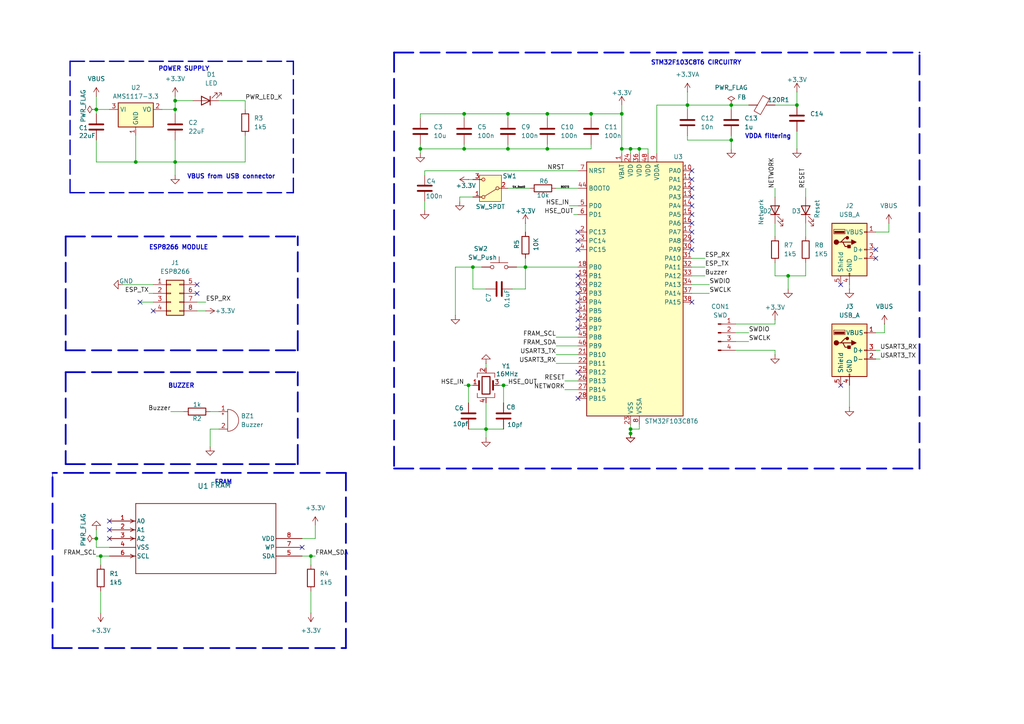
<source format=kicad_sch>
(kicad_sch (version 20231120) (generator "eeschema") (generator_version "8.0")
  (paper "A4")
  (title_block (title "Runtime Doggle") (date "2025-08-12") (rev "0.1"))
  (lib_symbols
    (symbol "Connector:Conn_01x04_Pin" (pin_names (offset 1.016) hide)
      (property "Reference" "J" (at 0 5.08 0))
      (property "Value" "Conn_01x04_Pin" (at 0 -7.62 0))
      (symbol "Conn_01x04_Pin_1_1"
        (polyline (pts (xy 1.27 -5.08) (xy 0.8636 -5.08)) (stroke (width 0.1524)))
        (polyline (pts (xy 1.27 -2.54) (xy 0.8636 -2.54)) (stroke (width 0.1524)))
        (polyline (pts (xy 1.27 0) (xy 0.8636 0)) (stroke (width 0.1524)))
        (polyline (pts (xy 1.27 2.54) (xy 0.8636 2.54)) (stroke (width 0.1524)))
        (rectangle (start 0.8636 -4.953) (end 0 -5.207) (stroke (width 0.1524)) (fill (type outline)))
        (rectangle (start 0.8636 -2.413) (end 0 -2.667) (stroke (width 0.1524)) (fill (type outline)))
        (rectangle (start 0.8636 0.127) (end 0 -0.127) (stroke (width 0.1524)) (fill (type outline)))
        (rectangle (start 0.8636 2.667) (end 0 2.413) (stroke (width 0.1524)) (fill (type outline)))
        (pin passive line (at 5.08 2.54 180) (length 3.81) (name "Pin_1") (number "1"))
        (pin passive line (at 5.08 0 180) (length 3.81) (name "Pin_2") (number "2"))
        (pin passive line (at 5.08 -2.54 180) (length 3.81) (name "Pin_3") (number "3"))
        (pin passive line (at 5.08 -5.08 180) (length 3.81) (name "Pin_4") (number "4"))
      )
    )
    (symbol "Connector:USB_A" (pin_names (offset 1.016))
      (property "Reference" "J" (at -5.08 11.43 0))
      (property "Value" "USB_A" (at -5.08 8.89 0))
      (symbol "USB_A_0_1"
        (rectangle (start -5.08 -7.62) (end 5.08 7.62) (stroke (width 0.254)) (fill (type background)))
        (circle (center -3.81 2.159) (radius 0.635) (stroke (width 0.254)) (fill (type outline)))
        (rectangle (start -1.524 4.826) (end -4.318 5.334) (fill (type outline)))
        (rectangle (start -1.27 4.572) (end -4.572 5.842))
        (circle (center -0.635 3.429) (radius 0.381) (stroke (width 0.254)) (fill (type outline)))
        (rectangle (start -0.127 -7.62) (end 0.127 -6.858))
        (polyline (pts (xy -3.175 2.159) (xy -2.54 2.159) (xy -1.27 3.429) (xy -0.635 3.429)) (stroke (width 0.254)))
        (polyline (pts (xy -2.54 2.159) (xy -1.905 2.159) (xy -1.27 0.889) (xy 0 0.889)) (stroke (width 0.254)))
        (polyline (pts (xy 0.635 2.794) (xy 0.635 1.524) (xy 1.905 2.159) (xy 0.635 2.794)) (stroke (width 0.254)) (fill (type outline)))
        (rectangle (start 0.254 1.27) (end -0.508 0.508) (stroke (width 0.254)) (fill (type outline)))
        (rectangle (start 5.08 -2.667) (end 4.318 -2.413))
        (rectangle (start 5.08 -0.127) (end 4.318 0.127))
        (rectangle (start 5.08 4.953) (end 4.318 5.207))
      )
      (symbol "USB_A_1_1"
        (polyline (pts (xy -1.905 2.159) (xy 0.635 2.159)) (stroke (width 0.254)))
        (pin power_in line (at 7.62 5.08 180) (length 2.54) (name "VBUS") (number "1"))
        (pin bidirectional line (at 7.62 -2.54 180) (length 2.54) (name "D-") (number "2"))
        (pin bidirectional line (at 7.62 0 180) (length 2.54) (name "D+") (number "3"))
        (pin power_in line (at 0 -10.16 90) (length 2.54) (name "GND") (number "4"))
        (pin passive line (at -2.54 -10.16 90) (length 2.54) (name "Shield") (number "5"))
      )
    )
    (symbol "Connector_Generic:Conn_02x04_Top_Bottom" (pin_names (offset 1.016) hide)
      (property "Reference" "J" (at 1.27 5.08 0))
      (property "Value" "Conn_02x04_Top_Bottom" (at 1.27 -7.62 0))
      (symbol "Conn_02x04_Top_Bottom_1_1"
        (rectangle (start -1.27 -4.953) (end 0 -5.207) (stroke (width 0.1524)))
        (rectangle (start -1.27 -2.413) (end 0 -2.667) (stroke (width 0.1524)))
        (rectangle (start -1.27 0.127) (end 0 -0.127) (stroke (width 0.1524)))
        (rectangle (start -1.27 2.667) (end 0 2.413) (stroke (width 0.1524)))
        (rectangle (start -1.27 3.81) (end 3.81 -6.35) (stroke (width 0.254)) (fill (type background)))
        (rectangle (start 3.81 -4.953) (end 2.54 -5.207) (stroke (width 0.1524)))
        (rectangle (start 3.81 -2.413) (end 2.54 -2.667) (stroke (width 0.1524)))
        (rectangle (start 3.81 0.127) (end 2.54 -0.127) (stroke (width 0.1524)))
        (rectangle (start 3.81 2.667) (end 2.54 2.413) (stroke (width 0.1524)))
        (pin passive line (at -5.08 2.54 0) (length 3.81) (name "Pin_1") (number "1"))
        (pin passive line (at -5.08 0 0) (length 3.81) (name "Pin_2") (number "2"))
        (pin passive line (at -5.08 -2.54 0) (length 3.81) (name "Pin_3") (number "3"))
        (pin passive line (at -5.08 -5.08 0) (length 3.81) (name "Pin_4") (number "4"))
        (pin passive line (at 7.62 2.54 180) (length 3.81) (name "Pin_5") (number "5"))
        (pin passive line (at 7.62 0 180) (length 3.81) (name "Pin_6") (number "6"))
        (pin passive line (at 7.62 -2.54 180) (length 3.81) (name "Pin_7") (number "7"))
        (pin passive line (at 7.62 -5.08 180) (length 3.81) (name "Pin_8") (number "8"))
      )
    )
    (symbol "Device:Buzzer" (pin_names (offset 0.0254) hide)
      (property "Reference" "BZ" (at 3.81 1.27 0))
      (property "Value" "Buzzer" (at 3.81 -1.27 0))
      (symbol "Buzzer_0_1"
        (arc (start 0 -3.175) (mid 3.1612 0) (end 0 3.175))
        (polyline (pts (xy -1.651 1.905) (xy -1.143 1.905)))
        (polyline (pts (xy -1.397 2.159) (xy -1.397 1.651)))
        (polyline (pts (xy 0 3.175) (xy 0 -3.175)))
      )
      (symbol "Buzzer_1_1"
        (pin passive line (at -2.54 2.54 0) (length 2.54) (name "+") (number "1"))
        (pin passive line (at -2.54 -2.54 0) (length 2.54) (name "-") (number "2"))
      )
    )
    (symbol "Device:C" (pin_numbers hide) (pin_names (offset 0.254))
      (property "Reference" "C" (at 0.635 2.54 0))
      (property "Value" "C" (at 0.635 -2.54 0))
      (symbol "C_0_1"
        (polyline (pts (xy -2.032 -0.762) (xy 2.032 -0.762)) (stroke (width 0.508)))
        (polyline (pts (xy -2.032 0.762) (xy 2.032 0.762)) (stroke (width 0.508)))
      )
      (symbol "C_1_1"
        (pin passive line (at 0 3.81 270) (length 2.794) (name "~") (number "1"))
        (pin passive line (at 0 -3.81 90) (length 2.794) (name "~") (number "2"))
      )
    )
    (symbol "Device:Crystal_GND24" (pin_names (offset 1.016) hide)
      (property "Reference" "Y" (at 3.175 5.08 0))
      (property "Value" "Crystal_GND24" (at 3.175 3.175 0))
      (symbol "Crystal_GND24_0_1"
        (rectangle (start -1.143 2.54) (end 1.143 -2.54) (stroke (width 0.3048)))
        (polyline (pts (xy -2.54 0) (xy -2.032 0)))
        (polyline (pts (xy -2.032 -1.27) (xy -2.032 1.27)) (stroke (width 0.508)))
        (polyline (pts (xy 0 -3.81) (xy 0 -3.556)))
        (polyline (pts (xy 0 3.556) (xy 0 3.81)))
        (polyline (pts (xy 2.032 -1.27) (xy 2.032 1.27)) (stroke (width 0.508)))
        (polyline (pts (xy 2.032 0) (xy 2.54 0)))
        (polyline (pts (xy -2.54 -2.286) (xy -2.54 -3.556) (xy 2.54 -3.556) (xy 2.54 -2.286)))
        (polyline (pts (xy -2.54 2.286) (xy -2.54 3.556) (xy 2.54 3.556) (xy 2.54 2.286)))
      )
      (symbol "Crystal_GND24_1_1"
        (pin passive line (at -3.81 0 0) (length 1.27) (name "1") (number "1"))
        (pin passive line (at 0 5.08 270) (length 1.27) (name "2") (number "2"))
        (pin passive line (at 3.81 0 180) (length 1.27) (name "3") (number "3"))
        (pin passive line (at 0 -5.08 90) (length 1.27) (name "4") (number "4"))
      )
    )
    (symbol "Device:FerriteBead" (pin_numbers hide) (pin_names (offset 0))
      (property "Reference" "FB" (at -3.81 0.635 90))
      (property "Value" "FerriteBead" (at 3.81 0 90))
      (symbol "FerriteBead_0_1"
        (polyline (pts (xy 0 -1.27) (xy 0 -1.2192)))
        (polyline (pts (xy 0 1.27) (xy 0 1.2954)))
        (polyline (pts (xy -2.7686 0.4064) (xy -1.7018 2.2606) (xy 2.7686 -0.3048) (xy 1.6764 -2.159) (xy -2.7686 0.4064)))
      )
      (symbol "FerriteBead_1_1"
        (pin passive line (at 0 3.81 270) (length 2.54) (name "~") (number "1"))
        (pin passive line (at 0 -3.81 90) (length 2.54) (name "~") (number "2"))
      )
    )
    (symbol "Device:LED" (pin_numbers hide) (pin_names (offset 1.016) hide)
      (property "Reference" "D" (at 0 2.54 0))
      (property "Value" "LED" (at 0 -2.54 0))
      (symbol "LED_0_1"
        (polyline (pts (xy -1.27 -1.27) (xy -1.27 1.27)) (stroke (width 0.254)))
        (polyline (pts (xy -1.27 0) (xy 1.27 0)))
        (polyline (pts (xy 1.27 -1.27) (xy 1.27 1.27) (xy -1.27 0) (xy 1.27 -1.27)) (stroke (width 0.254)))
        (polyline (pts (xy -3.048 -0.762) (xy -4.572 -2.286) (xy -3.81 -2.286) (xy -4.572 -2.286) (xy -4.572 -1.524)))
        (polyline (pts (xy -1.778 -0.762) (xy -3.302 -2.286) (xy -2.54 -2.286) (xy -3.302 -2.286) (xy -3.302 -1.524)))
      )
      (symbol "LED_1_1"
        (pin passive line (at -3.81 0 0) (length 2.54) (name "K") (number "1"))
        (pin passive line (at 3.81 0 180) (length 2.54) (name "A") (number "2"))
      )
    )
    (symbol "Device:R" (pin_numbers hide) (pin_names (offset 0))
      (property "Reference" "R" (at 2.032 0 90))
      (property "Value" "R" (at 0 0 90))
      (symbol "R_0_1"
        (rectangle (start -1.016 -2.54) (end 1.016 2.54) (stroke (width 0.254)))
      )
      (symbol "R_1_1"
        (pin passive line (at 0 3.81 270) (length 1.27) (name "~") (number "1"))
        (pin passive line (at 0 -3.81 90) (length 1.27) (name "~") (number "2"))
      )
    )
    (symbol "MB85RC256V:MB85RC256VPF-G-JNERE2" (pin_names (offset 0.254))
      (property "Reference" "U1" (at 27.1589 10.16 0))
      (property "Value" "FRAM" (at 32.258 10.414 0))
      (symbol "MB85RC256VPF-G-JNERE2_0_1"
        (polyline (pts (xy 7.0993 -10.16) (xy 6.0579 -10.6807)) (stroke (width 0.2032)))
        (polyline (pts (xy 7.0993 -10.16) (xy 6.0579 -9.6393)) (stroke (width 0.2032)))
        (polyline (pts (xy 7.0993 -5.08) (xy 6.0579 -5.6007)) (stroke (width 0.2032)))
        (polyline (pts (xy 7.0993 -5.08) (xy 6.0579 -4.5593)) (stroke (width 0.2032)))
        (polyline (pts (xy 7.0993 -2.54) (xy 6.0579 -3.0607)) (stroke (width 0.2032)))
        (polyline (pts (xy 7.0993 -2.54) (xy 6.0579 -2.0193)) (stroke (width 0.2032)))
        (polyline (pts (xy 7.0993 0) (xy 6.0579 -0.5207)) (stroke (width 0.2032)))
        (polyline (pts (xy 7.0993 0) (xy 6.0579 0.5207)) (stroke (width 0.2032)))
        (polyline (pts (xy 7.62 -15.24) (xy 48.26 -15.24)) (stroke (width 0.2032)))
        (polyline (pts (xy 7.62 5.08) (xy 7.62 -15.24)) (stroke (width 0.2032)))
        (polyline (pts (xy 48.26 -15.24) (xy 48.26 5.08)) (stroke (width 0.2032)))
        (polyline (pts (xy 48.26 5.08) (xy 7.62 5.08)) (stroke (width 0.2032)))
        (pin input line (at 0 -2.54 0) (length 7.62) (name "A1") (number "2"))
        (pin input line (at 0 -5.08 0) (length 7.62) (name "A2") (number "3"))
        (pin input line (at 0 -10.16 0) (length 7.62) (name "SCL") (number "6"))
      )
      (symbol "MB85RC256VPF-G-JNERE2_1_1"
        (pin input line (at 0 0 0) (length 7.62) (name "A0") (number "1"))
        (pin power_in line (at 0 -7.62 0) (length 7.62) (name "VSS") (number "4"))
        (pin bidirectional line (at 55.88 -10.16 180) (length 7.62) (name "SDA") (number "5"))
        (pin input line (at 55.88 -7.62 180) (length 7.62) (name "WP") (number "7"))
        (pin power_in line (at 55.88 -5.08 180) (length 7.62) (name "VDD") (number "8"))
      )
    )
    (symbol "MCU_ST_STM32F1:STM32F103C8Tx"
      (property "Reference" "U" (at -12.7 39.37 0))
      (property "Value" "STM32F103C8Tx" (at 10.16 39.37 0))
      (symbol "STM32F103C8Tx_0_1"
        (rectangle (start -12.7 -35.56) (end 15.24 38.1) (stroke (width 0.254)) (fill (type background)))
      )
      (symbol "STM32F103C8Tx_1_1"
        (pin power_in line (at -2.54 40.64 270) (length 2.54) (name "VBAT") (number "1"))
        (pin bidirectional line (at 17.78 35.56 180) (length 2.54) (name "PA0") (number "10"))
        (pin bidirectional line (at 17.78 33.02 180) (length 2.54) (name "PA1") (number "11"))
        (pin bidirectional line (at 17.78 30.48 180) (length 2.54) (name "PA2") (number "12"))
        (pin bidirectional line (at 17.78 27.94 180) (length 2.54) (name "PA3") (number "13"))
        (pin bidirectional line (at 17.78 25.4 180) (length 2.54) (name "PA4") (number "14"))
        (pin bidirectional line (at 17.78 22.86 180) (length 2.54) (name "PA5") (number "15"))
        (pin bidirectional line (at 17.78 20.32 180) (length 2.54) (name "PA6") (number "16"))
        (pin bidirectional line (at 17.78 17.78 180) (length 2.54) (name "PA7") (number "17"))
        (pin bidirectional line (at -15.24 7.62 0) (length 2.54) (name "PB0") (number "18"))
        (pin bidirectional line (at -15.24 5.08 0) (length 2.54) (name "PB1") (number "19"))
        (pin bidirectional line (at -15.24 17.78 0) (length 2.54) (name "PC13") (number "2"))
        (pin bidirectional line (at -15.24 2.54 0) (length 2.54) (name "PB2") (number "20"))
        (pin bidirectional line (at -15.24 -17.78 0) (length 2.54) (name "PB10") (number "21"))
        (pin bidirectional line (at -15.24 -20.32 0) (length 2.54) (name "PB11") (number "22"))
        (pin power_in line (at 0 -38.1 90) (length 2.54) (name "VSS") (number "23"))
        (pin power_in line (at 0 40.64 270) (length 2.54) (name "VDD") (number "24"))
        (pin bidirectional line (at -15.24 -22.86 0) (length 2.54) (name "PB12") (number "25"))
        (pin bidirectional line (at -15.24 -25.4 0) (length 2.54) (name "PB13") (number "26"))
        (pin bidirectional line (at -15.24 -27.94 0) (length 2.54) (name "PB14") (number "27"))
        (pin bidirectional line (at -15.24 -30.48 0) (length 2.54) (name "PB15") (number "28"))
        (pin bidirectional line (at 17.78 15.24 180) (length 2.54) (name "PA8") (number "29"))
        (pin bidirectional line (at -15.24 15.24 0) (length 2.54) (name "PC14") (number "3"))
        (pin bidirectional line (at 17.78 12.7 180) (length 2.54) (name "PA9") (number "30"))
        (pin bidirectional line (at 17.78 10.16 180) (length 2.54) (name "PA10") (number "31"))
        (pin bidirectional line (at 17.78 7.62 180) (length 2.54) (name "PA11") (number "32"))
        (pin bidirectional line (at 17.78 5.08 180) (length 2.54) (name "PA12") (number "33"))
        (pin bidirectional line (at 17.78 2.54 180) (length 2.54) (name "PA13") (number "34"))
        (pin passive line (at 0 -38.1 90) (length 2.54) hide (name "VSS") (number "35"))
        (pin power_in line (at 2.54 40.64 270) (length 2.54) (name "VDD") (number "36"))
        (pin bidirectional line (at 17.78 0 180) (length 2.54) (name "PA14") (number "37"))
        (pin bidirectional line (at 17.78 -2.54 180) (length 2.54) (name "PA15") (number "38"))
        (pin bidirectional line (at -15.24 0 0) (length 2.54) (name "PB3") (number "39"))
        (pin bidirectional line (at -15.24 12.7 0) (length 2.54) (name "PC15") (number "4"))
        (pin bidirectional line (at -15.24 -2.54 0) (length 2.54) (name "PB4") (number "40"))
        (pin bidirectional line (at -15.24 -5.08 0) (length 2.54) (name "PB5") (number "41"))
        (pin bidirectional line (at -15.24 -7.62 0) (length 2.54) (name "PB6") (number "42"))
        (pin bidirectional line (at -15.24 -10.16 0) (length 2.54) (name "PB7") (number "43"))
        (pin input line (at -15.24 30.48 0) (length 2.54) (name "BOOT0") (number "44"))
        (pin bidirectional line (at -15.24 -12.7 0) (length 2.54) (name "PB8") (number "45"))
        (pin bidirectional line (at -15.24 -15.24 0) (length 2.54) (name "PB9") (number "46"))
        (pin passive line (at 0 -38.1 90) (length 2.54) hide (name "VSS") (number "47"))
        (pin power_in line (at 5.08 40.64 270) (length 2.54) (name "VDD") (number "48"))
        (pin bidirectional line (at -15.24 25.4 0) (length 2.54) (name "PD0") (number "5"))
        (pin bidirectional line (at -15.24 22.86 0) (length 2.54) (name "PD1") (number "6"))
        (pin input line (at -15.24 35.56 0) (length 2.54) (name "NRST") (number "7"))
        (pin power_in line (at 2.54 -38.1 90) (length 2.54) (name "VSSA") (number "8"))
        (pin power_in line (at 7.62 40.64 270) (length 2.54) (name "VDDA") (number "9"))
      )
    )
    (symbol "Regulator_Linear:AMS1117-3.3"
      (property "Reference" "U" (at -3.81 3.175 0))
      (property "Value" "AMS1117-3.3" (at 0 3.175 0))
      (symbol "AMS1117-3.3_0_1"
        (rectangle (start -5.08 -5.08) (end 5.08 1.905) (stroke (width 0.254)) (fill (type background)))
      )
      (symbol "AMS1117-3.3_1_1"
        (pin power_in line (at 0 -7.62 90) (length 2.54) (name "GND") (number "1"))
        (pin power_out line (at 7.62 0 180) (length 2.54) (name "VO") (number "2"))
        (pin power_in line (at -7.62 0 0) (length 2.54) (name "VI") (number "3"))
      )
    )
    (symbol "Switch:SW_Push" (pin_numbers hide) (pin_names (offset 1.016) hide)
      (property "Reference" "SW" (at 1.27 2.54 0))
      (property "Value" "SW_Push" (at 0 -1.524 0))
      (symbol "SW_Push_0_1"
        (circle (center -2.032 0) (radius 0.508))
        (polyline (pts (xy 0 1.27) (xy 0 3.048)))
        (polyline (pts (xy 2.54 1.27) (xy -2.54 1.27)))
        (circle (center 2.032 0) (radius 0.508))
        (pin passive line (at -5.08 0 0) (length 2.54) (name "1") (number "1"))
        (pin passive line (at 5.08 0 180) (length 2.54) (name "2") (number "2"))
      )
    )
    (symbol "Switch:SW_SPDT" (pin_names (offset 0) hide)
      (property "Reference" "SW" (at 0 5.08 0))
      (property "Value" "SW_SPDT" (at 0 -5.08 0))
      (symbol "SW_SPDT_0_1"
        (circle (center -2.032 0) (radius 0.4572))
        (polyline (pts (xy -1.651 0.254) (xy 1.651 2.286)))
        (circle (center 2.032 -2.54) (radius 0.4572))
        (circle (center 2.032 2.54) (radius 0.4572))
      )
      (symbol "SW_SPDT_1_1"
        (rectangle (start -3.175 3.81) (end 3.175 -3.81) (fill (type background)))
        (pin passive line (at 5.08 2.54 180) (length 2.54) (name "A") (number "1"))
        (pin passive line (at -5.08 0 0) (length 2.54) (name "B") (number "2"))
        (pin passive line (at 5.08 -2.54 180) (length 2.54) (name "C") (number "3"))
      )
    )
    (symbol "power:+3.3V" (power) (pin_numbers hide) (pin_names (offset 0) hide)
      (property "Value" "+3.3V" (at 0 3.556 0))
      (symbol "+3.3V_0_1"
        (polyline (pts (xy -0.762 1.27) (xy 0 2.54)))
        (polyline (pts (xy 0 0) (xy 0 2.54)))
        (polyline (pts (xy 0 2.54) (xy 0.762 1.27)))
      )
      (symbol "+3.3V_1_1"
        (pin power_in line (at 0 0 90) (length 0) (name "~") (number "1"))
      )
    )
    (symbol "power:+3.3VA" (power) (pin_numbers hide) (pin_names (offset 0) hide)
      (property "Value" "+3.3VA" (at 0 3.556 0))
      (symbol "+3.3VA_0_1"
        (polyline (pts (xy -0.762 1.27) (xy 0 2.54)))
        (polyline (pts (xy 0 0) (xy 0 2.54)))
        (polyline (pts (xy 0 2.54) (xy 0.762 1.27)))
      )
      (symbol "+3.3VA_1_1"
        (pin power_in line (at 0 0 90) (length 0) (name "~") (number "1"))
      )
    )
    (symbol "power:GND" (power) (pin_numbers hide) (pin_names (offset 0) hide)
      (property "Value" "GND" (at 0 -3.81 0))
      (symbol "GND_0_1"
        (polyline (pts (xy 0 0) (xy 0 -1.27) (xy 1.27 -1.27) (xy 0 -2.54) (xy -1.27 -1.27) (xy 0 -1.27)))
      )
      (symbol "GND_1_1"
        (pin power_in line (at 0 0 270) (length 0) (name "~") (number "1"))
      )
    )
    (symbol "power:PWR_FLAG" (power) (pin_numbers hide) (pin_names (offset 0) hide)
      (property "Value" "PWR_FLAG" (at 0 3.81 0))
      (symbol "PWR_FLAG_0_0"
        (pin power_out line (at 0 0 90) (length 0) (name "~") (number "1"))
      )
      (symbol "PWR_FLAG_0_1"
        (polyline (pts (xy 0 0) (xy 0 1.27) (xy -1.016 1.905) (xy 0 2.54) (xy 1.016 1.905) (xy 0 1.27)))
      )
    )
    (symbol "power:VBUS" (power) (pin_numbers hide) (pin_names (offset 0) hide)
      (property "Value" "VBUS" (at 0 3.556 0))
      (symbol "VBUS_0_1"
        (polyline (pts (xy -0.762 1.27) (xy 0 2.54)))
        (polyline (pts (xy 0 0) (xy 0 2.54)))
        (polyline (pts (xy 0 2.54) (xy 0.762 1.27)))
      )
      (symbol "VBUS_1_1"
        (pin power_in line (at 0 0 90) (length 0) (name "~") (number "1"))
      )
    )
  )
  (junction (at 137.16 77.47))
  (junction (at 212.09 40.64))
  (junction (at 134.62 43.18))
  (junction (at 185.42 43.18))
  (junction (at 158.75 33.02))
  (junction (at 121.92 43.18))
  (junction (at 140.97 124.46))
  (junction (at 27.94 156.21))
  (junction (at 180.34 33.02))
  (junction (at 50.8 46.99))
  (junction (at 147.32 33.02))
  (junction (at 90.17 161.29))
  (junction (at 147.32 43.18))
  (junction (at 29.21 161.29))
  (junction (at 27.94 31.75))
  (junction (at 50.8 31.75))
  (junction (at 182.88 125.73))
  (junction (at 39.37 46.99))
  (junction (at 228.6 80.01))
  (junction (at 182.88 43.18))
  (junction (at 182.88 124.46))
  (junction (at 135.89 111.76))
  (junction (at 158.75 43.18))
  (junction (at 134.62 33.02))
  (junction (at 50.8 29.21))
  (junction (at 199.39 30.48))
  (junction (at 212.09 30.48))
  (junction (at 180.34 43.18))
  (junction (at 152.4 77.47))
  (junction (at 146.05 111.76))
  (junction (at 171.45 33.02))
  (junction (at 231.14 30.48))
  (no_connect (at 44.45 90.17))
  (no_connect (at 167.64 95.25))
  (no_connect (at 200.66 67.31))
  (no_connect (at 200.66 64.77))
  (no_connect (at 167.64 85.09))
  (no_connect (at 200.66 57.15))
  (no_connect (at 167.64 90.17))
  (no_connect (at 254 74.93))
  (no_connect (at 200.66 49.53))
  (no_connect (at 200.66 87.63))
  (no_connect (at 200.66 59.69))
  (no_connect (at 243.84 82.55))
  (no_connect (at 31.75 153.67))
  (no_connect (at 167.64 80.01))
  (no_connect (at 167.64 87.63))
  (no_connect (at 200.66 72.39))
  (no_connect (at 167.64 115.57))
  (no_connect (at 31.75 156.21))
  (no_connect (at 31.75 151.13))
  (no_connect (at 243.84 111.76))
  (no_connect (at 167.64 72.39))
  (no_connect (at 40.64 87.63))
  (no_connect (at 167.64 82.55))
  (no_connect (at 87.63 158.75))
  (no_connect (at 200.66 54.61))
  (no_connect (at 167.64 107.95))
  (no_connect (at 167.64 69.85))
  (no_connect (at 254 72.39))
  (no_connect (at 57.15 82.55))
  (no_connect (at 167.64 67.31))
  (no_connect (at 200.66 69.85))
  (no_connect (at 200.66 52.07))
  (no_connect (at 200.66 62.23))
  (no_connect (at 167.64 92.71))
  (no_connect (at 57.15 85.09))
  (wire (pts (xy 60.96 119.38) (xy 63.5 119.38)))
  (wire (pts (xy 123.19 49.53) (xy 167.64 49.53)))
  (wire (pts (xy 137.16 57.15) (xy 133.35 57.15)))
  (polyline (pts (xy 15.24 137.16) (xy 15.24 138.43)))
  (wire (pts (xy 256.54 96.52) (xy 254 96.52)))
  (wire (pts (xy 187.96 43.18) (xy 187.96 44.45)))
  (wire (pts (xy 171.45 43.18) (xy 171.45 41.91)))
  (wire (pts (xy 146.05 111.76) (xy 147.32 111.76)))
  (wire (pts (xy 137.16 77.47) (xy 132.08 77.47)))
  (wire (pts (xy 121.92 41.91) (xy 121.92 43.18)))
  (wire (pts (xy 39.37 46.99) (xy 50.8 46.99)))
  (wire (pts (xy 132.08 77.47) (xy 132.08 91.44)))
  (wire (pts (xy 224.79 101.6) (xy 213.36 101.6)))
  (wire (pts (xy 171.45 33.02) (xy 158.75 33.02)))
  (wire (pts (xy 135.89 124.46) (xy 140.97 124.46)))
  (wire (pts (xy 146.05 111.76) (xy 146.05 116.84)))
  (wire (pts (xy 29.21 161.29) (xy 31.75 161.29)))
  (wire (pts (xy 57.15 90.17) (xy 59.69 90.17)))
  (wire (pts (xy 161.29 102.87) (xy 167.64 102.87)))
  (wire (pts (xy 190.5 44.45) (xy 190.5 30.48)))
  (wire (pts (xy 90.17 161.29) (xy 87.63 161.29)))
  (wire (pts (xy 91.44 156.21) (xy 87.63 156.21)))
  (wire (pts (xy 50.8 46.99) (xy 50.8 40.64)))
  (wire (pts (xy 71.12 39.37) (xy 71.12 46.99)))
  (wire (pts (xy 185.42 43.18) (xy 187.96 43.18)))
  (wire (pts (xy 140.97 83.82) (xy 137.16 83.82)))
  (wire (pts (xy 233.68 80.01) (xy 233.68 76.2)))
  (wire (pts (xy 35.56 82.55) (xy 44.45 82.55)))
  (wire (pts (xy 39.37 39.37) (xy 39.37 46.99)))
  (wire (pts (xy 134.62 33.02) (xy 134.62 34.29)))
  (wire (pts (xy 212.09 30.48) (xy 199.39 30.48)))
  (wire (pts (xy 27.94 27.94) (xy 27.94 31.75)))
  (wire (pts (xy 213.36 96.52) (xy 217.17 96.52)))
  (wire (pts (xy 137.16 83.82) (xy 137.16 77.47)))
  (wire (pts (xy 27.94 40.64) (xy 27.94 46.99)))
  (wire (pts (xy 161.29 54.61) (xy 167.64 54.61)))
  (wire (pts (xy 135.89 111.76) (xy 137.16 111.76)))
  (wire (pts (xy 180.34 30.48) (xy 180.34 33.02)))
  (wire (pts (xy 163.83 113.03) (xy 167.64 113.03)))
  (wire (pts (xy 158.75 33.02) (xy 147.32 33.02)))
  (wire (pts (xy 90.17 171.45) (xy 90.17 177.8)))
  (wire (pts (xy 163.83 110.49) (xy 167.64 110.49)))
  (wire (pts (xy 228.6 80.01) (xy 228.6 83.82)))
  (wire (pts (xy 121.92 33.02) (xy 121.92 34.29)))
  (wire (pts (xy 60.96 129.54) (xy 60.96 124.46)))
  (wire (pts (xy 63.5 29.21) (xy 71.12 29.21)))
  (wire (pts (xy 224.79 30.48) (xy 231.14 30.48)))
  (wire (pts (xy 161.29 97.79) (xy 167.64 97.79)))
  (wire (pts (xy 27.94 46.99) (xy 39.37 46.99)))
  (wire (pts (xy 200.66 74.93) (xy 204.47 74.93)))
  (wire (pts (xy 91.44 152.4) (xy 91.44 156.21)))
  (polyline (pts (xy 114.3 15.24) (xy 266.7 15.24)) (stroke (width 0.508) (type dash)))
  (wire (pts (xy 200.66 82.55) (xy 205.74 82.55)))
  (polyline (pts (xy 19.05 68.58) (xy 19.05 101.6)) (stroke (width 0.508) (type dash)))
  (wire (pts (xy 190.5 30.48) (xy 199.39 30.48)))
  (wire (pts (xy 29.21 171.45) (xy 29.21 177.8)))
  (wire (pts (xy 50.8 29.21) (xy 50.8 31.75)))
  (wire (pts (xy 27.94 156.21) (xy 27.94 153.67)))
  (wire (pts (xy 123.19 49.53) (xy 123.19 50.8)))
  (wire (pts (xy 40.64 87.63) (xy 44.45 87.63)))
  (wire (pts (xy 231.14 38.1) (xy 231.14 43.18)))
  (polyline (pts (xy 85.09 55.88) (xy 85.09 17.78)) (stroke (width 0.381) (type dash)))
  (wire (pts (xy 27.94 31.75) (xy 27.94 33.02)))
  (wire (pts (xy 224.79 102.87) (xy 224.79 101.6)))
  (wire (pts (xy 199.39 40.64) (xy 212.09 40.64)))
  (wire (pts (xy 185.42 124.46) (xy 185.42 123.19)))
  (wire (pts (xy 246.38 82.55) (xy 246.38 83.82)))
  (wire (pts (xy 140.97 116.84) (xy 140.97 124.46)))
  (wire (pts (xy 27.94 158.75) (xy 27.94 156.21)))
  (wire (pts (xy 152.4 64.77) (xy 152.4 67.31)))
  (wire (pts (xy 233.68 64.77) (xy 233.68 68.58)))
  (wire (pts (xy 254 104.14) (xy 255.27 104.14)))
  (wire (pts (xy 147.32 33.02) (xy 147.32 34.29)))
  (wire (pts (xy 49.53 119.38) (xy 53.34 119.38)))
  (polyline (pts (xy 266.7 135.89) (xy 266.7 15.24)) (stroke (width 0.508) (type dash)))
  (polyline (pts (xy 114.3 135.89) (xy 266.7 135.89)) (stroke (width 0.508) (type dash)))
  (wire (pts (xy 182.88 43.18) (xy 182.88 44.45)))
  (wire (pts (xy 71.12 46.99) (xy 50.8 46.99)))
  (wire (pts (xy 121.92 43.18) (xy 121.92 44.45)))
  (wire (pts (xy 152.4 77.47) (xy 149.86 77.47)))
  (polyline (pts (xy 19.05 68.58) (xy 86.36 68.58)) (stroke (width 0.508) (type dash)))
  (polyline (pts (xy 20.32 55.88) (xy 85.09 55.88)) (stroke (width 0.381) (type dash)))
  (wire (pts (xy 90.17 163.83) (xy 90.17 161.29)))
  (wire (pts (xy 134.62 111.76) (xy 135.89 111.76)))
  (wire (pts (xy 231.14 26.67) (xy 231.14 30.48)))
  (polyline (pts (xy 19.05 107.95) (xy 19.05 134.62)) (stroke (width 0.508) (type dash)))
  (wire (pts (xy 199.39 26.67) (xy 199.39 30.48)))
  (wire (pts (xy 135.89 52.07) (xy 137.16 52.07)))
  (polyline (pts (xy 100.33 187.96) (xy 100.33 137.16)) (stroke (width 0.508) (type dash)))
  (wire (pts (xy 148.59 83.82) (xy 152.4 83.82)))
  (wire (pts (xy 60.96 124.46) (xy 63.5 124.46)))
  (wire (pts (xy 224.79 64.77) (xy 224.79 68.58)))
  (wire (pts (xy 139.7 77.47) (xy 137.16 77.47)))
  (wire (pts (xy 50.8 46.99) (xy 50.8 50.8)))
  (wire (pts (xy 140.97 124.46) (xy 140.97 127)))
  (wire (pts (xy 147.32 41.91) (xy 147.32 43.18)))
  (wire (pts (xy 27.94 161.29) (xy 29.21 161.29)))
  (wire (pts (xy 224.79 92.71) (xy 224.79 93.98)))
  (wire (pts (xy 254 67.31) (xy 257.81 67.31)))
  (polyline (pts (xy 20.32 17.78) (xy 20.32 55.88)) (stroke (width 0.381) (type dash)))
  (wire (pts (xy 134.62 43.18) (xy 147.32 43.18)))
  (wire (pts (xy 50.8 31.75) (xy 46.99 31.75)))
  (wire (pts (xy 212.09 30.48) (xy 212.09 31.75)))
  (wire (pts (xy 134.62 41.91) (xy 134.62 43.18)))
  (wire (pts (xy 152.4 77.47) (xy 167.64 77.47)))
  (wire (pts (xy 161.29 105.41) (xy 167.64 105.41)))
  (wire (pts (xy 50.8 29.21) (xy 55.88 29.21)))
  (wire (pts (xy 180.34 43.18) (xy 182.88 43.18)))
  (wire (pts (xy 199.39 39.37) (xy 199.39 40.64)))
  (wire (pts (xy 212.09 30.48) (xy 217.17 30.48)))
  (wire (pts (xy 147.32 54.61) (xy 153.67 54.61)))
  (wire (pts (xy 158.75 41.91) (xy 158.75 43.18)))
  (wire (pts (xy 182.88 43.18) (xy 185.42 43.18)))
  (wire (pts (xy 224.79 80.01) (xy 228.6 80.01)))
  (wire (pts (xy 185.42 43.18) (xy 185.42 44.45)))
  (wire (pts (xy 180.34 43.18) (xy 180.34 44.45)))
  (wire (pts (xy 123.19 58.42) (xy 123.19 60.96)))
  (wire (pts (xy 257.81 64.77) (xy 257.81 67.31)))
  (wire (pts (xy 31.75 158.75) (xy 27.94 158.75)))
  (wire (pts (xy 199.39 30.48) (xy 199.39 31.75)))
  (wire (pts (xy 50.8 33.02) (xy 50.8 31.75)))
  (wire (pts (xy 31.75 31.75) (xy 27.94 31.75)))
  (polyline (pts (xy 100.33 137.16) (xy 15.24 137.16)) (stroke (width 0.508) (type dash)))
  (wire (pts (xy 224.79 93.98) (xy 213.36 93.98)))
  (wire (pts (xy 233.68 54.61) (xy 233.68 57.15)))
  (wire (pts (xy 121.92 43.18) (xy 134.62 43.18)))
  (polyline (pts (xy 114.3 15.24) (xy 114.3 135.89)) (stroke (width 0.508) (type dash)))
  (wire (pts (xy 147.32 33.02) (xy 134.62 33.02)))
  (wire (pts (xy 256.54 93.98) (xy 256.54 96.52)))
  (wire (pts (xy 147.32 43.18) (xy 158.75 43.18)))
  (wire (pts (xy 140.97 105.41) (xy 140.97 106.68)))
  (wire (pts (xy 57.15 87.63) (xy 59.69 87.63)))
  (wire (pts (xy 135.89 111.76) (xy 135.89 116.84)))
  (polyline (pts (xy 15.24 138.43) (xy 15.24 187.96)) (stroke (width 0.508) (type dash)))
  (wire (pts (xy 228.6 80.01) (xy 233.68 80.01)))
  (polyline (pts (xy 19.05 101.6) (xy 86.36 101.6)) (stroke (width 0.508) (type dash)))
  (polyline (pts (xy 19.05 107.95) (xy 86.36 107.95)) (stroke (width 0.508) (type dash)))
  (polyline (pts (xy 86.36 101.6) (xy 86.36 68.58)) (stroke (width 0.508) (type dash)))
  (wire (pts (xy 158.75 33.02) (xy 158.75 34.29)))
  (wire (pts (xy 171.45 33.02) (xy 180.34 33.02)))
  (wire (pts (xy 50.8 27.94) (xy 50.8 29.21)))
  (wire (pts (xy 224.79 76.2) (xy 224.79 80.01)))
  (wire (pts (xy 180.34 33.02) (xy 180.34 43.18)))
  (polyline (pts (xy 20.32 17.78) (xy 85.09 17.78)) (stroke (width 0.381) (type dash)))
  (wire (pts (xy 71.12 29.21) (xy 71.12 31.75)))
  (wire (pts (xy 200.66 85.09) (xy 205.74 85.09)))
  (polyline (pts (xy 86.36 134.62) (xy 86.36 107.95)) (stroke (width 0.508) (type dash)))
  (wire (pts (xy 158.75 43.18) (xy 171.45 43.18)))
  (wire (pts (xy 212.09 39.37) (xy 212.09 40.64)))
  (wire (pts (xy 182.88 124.46) (xy 185.42 124.46)))
  (wire (pts (xy 140.97 124.46) (xy 146.05 124.46)))
  (polyline (pts (xy 15.24 187.96) (xy 100.33 187.96)) (stroke (width 0.508) (type dash)))
  (wire (pts (xy 165.1 59.69) (xy 167.64 59.69)))
  (wire (pts (xy 161.29 100.33) (xy 167.64 100.33)))
  (wire (pts (xy 182.88 123.19) (xy 182.88 124.46)))
  (wire (pts (xy 213.36 99.06) (xy 217.17 99.06)))
  (wire (pts (xy 246.38 111.76) (xy 246.38 118.11)))
  (wire (pts (xy 134.62 33.02) (xy 121.92 33.02)))
  (wire (pts (xy 171.45 34.29) (xy 171.45 33.02)))
  (wire (pts (xy 152.4 83.82) (xy 152.4 77.47)))
  (wire (pts (xy 43.18 85.09) (xy 44.45 85.09)))
  (polyline (pts (xy 19.05 134.62) (xy 86.36 134.62)) (stroke (width 0.508) (type dash)))
  (wire (pts (xy 254 101.6) (xy 255.27 101.6)))
  (wire (pts (xy 144.78 111.76) (xy 146.05 111.76)))
  (wire (pts (xy 29.21 161.29) (xy 29.21 163.83)))
  (wire (pts (xy 182.88 124.46) (xy 182.88 125.73)))
  (wire (pts (xy 166.37 62.23) (xy 167.64 62.23)))
  (wire (pts (xy 200.66 80.01) (xy 204.47 80.01)))
  (wire (pts (xy 224.79 54.61) (xy 224.79 57.15)))
  (wire (pts (xy 90.17 161.29) (xy 91.44 161.29)))
  (wire (pts (xy 200.66 77.47) (xy 204.47 77.47)))
  (wire (pts (xy 212.09 40.64) (xy 212.09 43.18)))
  (wire (pts (xy 133.35 57.15) (xy 133.35 58.42)))
  (wire (pts (xy 152.4 74.93) (xy 152.4 77.47)))
  (text "STM32F103C8T6 CIRCUITRY" (at 201.93 18.288 0) (effects (font (size 1.27 1.27) (thickness 0.254) (bold yes))))
  (text "POWER SUPPLY" (at 53.34 20.066 0) (effects (font (size 1.27 1.27) (thickness 0.254) (bold yes))))
  (text "BUZZER" (at 52.578 112.014 0) (effects (font (size 1.27 1.27) (thickness 0.254) (bold yes))))
  (text "VDDA filtering\n" (at 222.758 39.624 0) (effects (font (size 1.27 1.27) (thickness 0.254) (bold yes))))
  (text "ESP8266 MODULE\n" (at 51.816 71.882 0) (effects (font (size 1.27 1.27) (thickness 0.254) (bold yes))))
  (text "FRAM " (at 65.278 139.954 0) (effects (font (size 1.27 1.27) (thickness 0.254) (bold yes))))
  (text "VBUS from USB connector" (at 67.056 51.308 0) (effects (font (size 1.27 1.27) (thickness 0.254) (bold yes))))
  (label "FRAM_SDA" (at 161.29 100.33 180))
  (label "USART3_TX" (at 255.27 104.14 0))
  (label "HSE_OUT" (at 166.37 62.23 180))
  (label "HSE_IN" (at 165.1 59.69 180))
  (label "Buzzer" (at 204.47 80.01 0))
  (label "FRAM_SDA" (at 91.44 161.29 0))
  (label "ESP_TX" (at 204.47 77.47 0))
  (label "USART3_TX" (at 161.29 102.87 180))
  (label "Buzzer" (at 49.53 119.38 180))
  (label "FRAM_SCL" (at 161.29 97.79 180))
  (label "SWDIO" (at 217.17 96.52 0))
  (label "NETWORK" (at 163.83 113.03 180))
  (label "NETWORK" (at 224.79 54.61 90))
  (label "HSE_IN" (at 134.62 111.76 180))
  (label "ESP_TX" (at 43.18 85.09 180))
  (label "USART3_RX" (at 255.27 101.6 0))
  (label "SWDIO" (at 205.74 82.55 0))
  (label "SWCLK" (at 217.17 99.06 0))
  (label "SWCLK" (at 205.74 85.09 0))
  (label "SW_Boot0" (at 148.59 54.61 0) (effects (font (size 0.508 0.508))))
  (label "ESP_RX" (at 204.47 74.93 0))
  (label "PWR_LED_K" (at 71.12 29.21 0))
  (label "FRAM_SCL" (at 27.94 161.29 180))
  (label "USART3_RX" (at 161.29 105.41 180))
  (label "RESET" (at 163.83 110.49 180))
  (label "HSE_OUT" (at 147.32 111.76 0))
  (label "RESET" (at 233.68 54.61 90))
  (label "ESP_RX" (at 59.69 87.63 0))
  (label "BOOT0" (at 162.56 54.61 0) (effects (font (size 0.508 0.508))))
  (label "NRST" (at 158.75 49.53 0))
  (symbol (lib_id "Switch:SW_SPDT") (at 142.24 54.61 180) (unit 1)
    (property "Reference" "SW1" (at 147.828 51.054 0))
    (property "Value" "SW_SPDT" (at 142.24 59.944 0))
    (property "Footprint" "Button_Switch_THT:SW_Slide_SPDT_Angled_CK_OS102011MA1Q" (effects (hide yes)))
    (property "Description" "Switch, single pole double throw" (effects (hide yes)))
  )
  (symbol (lib_id "Device:C") (at 27.94 36.83 0) (unit 1)
    (property "Reference" "C1" (at 22.86 37.084 0) (effects (justify left)))
    (property "Value" "22uF" (at 22.86 39.37 0) (effects (justify left)))
    (property "Footprint" "Capacitor_SMD:C_0805_2012Metric" (effects (hide yes)))
    (property "Description" "Unpolarized capacitor" (effects (hide yes)))
  )
  (symbol (lib_id "power:VBUS") (at 256.54 93.98 0) (unit 1)
    (property "Reference" "#PWR024" (effects (hide yes)))
    (property "Value" "VBUS" (at 256.54 88.9 0))
    (property "Description" "Power symbol creates a global label with name \"VBUS\"" (effects (hide yes)))
  )
  (symbol (lib_id "power:+3.3V") (at 180.34 30.48 0) (unit 1)
    (property "Reference" "#PWR019" (effects (hide yes)))
    (property "Value" "+3.3V" (at 180.34 26.924 0))
    (property "Description" "Power symbol creates a global label with name \"+3.3V\"" (effects (hide yes)))
  )
  (symbol (lib_id "power:GND") (at 182.88 125.73 0) (unit 1)
    (property "Reference" "#PWR020" (effects (hide yes)))
    (property "Value" "GND" (effects (hide yes)))
    (property "Description" "Power symbol creates a global label with name \"GND\" , ground" (effects (hide yes)))
  )
  (symbol (lib_id "Device:C") (at 199.39 35.56 0) (unit 1)
    (property "Reference" "C12" (at 203.2 34.2899 0) (effects (justify left)))
    (property "Value" "10n" (at 203.2 36.8299 0) (effects (justify left)))
    (property "Footprint" "Capacitor_SMD:C_0402_1005Metric" (effects (hide yes)))
    (property "Description" "Unpolarized capacitor" (effects (hide yes)))
  )
  (symbol (lib_id "power:GND") (at 246.38 118.11 0) (unit 1)
    (property "Reference" "#PWR033" (effects (hide yes)))
    (property "Value" "GND" (effects (hide yes)))
    (property "Description" "Power symbol creates a global label with name \"GND\" , ground" (effects (hide yes)))
  )
  (symbol (lib_id "power:GND") (at 60.96 129.54 0) (unit 1)
    (property "Reference" "#PWR08" (effects (hide yes)))
    (property "Value" "GND" (effects (hide yes)))
    (property "Description" "Power symbol creates a global label with name \"GND\" , ground" (effects (hide yes)))
  )
  (symbol (lib_id "Connector:USB_A") (at 246.38 101.6 0) (unit 1)
    (property "Reference" "J3" (at 246.38 88.9 0))
    (property "Value" "USB_A" (at 246.38 91.44 0))
    (property "Footprint" "Connector_USB:USB_A_Molex_67643_Horizontal" (effects (hide yes)))
    (property "Description" "USB Type A connector" (effects (hide yes)))
  )
  (symbol (lib_id "Device:Crystal_GND24") (at 140.97 111.76 0) (unit 1)
    (property "Reference" "Y1" (at 146.812 106.172 0))
    (property "Value" "16MHz" (at 147.066 108.458 0))
    (property "Footprint" "Crystal:Crystal_SMD_0603-4Pin_6.0x3.5mm" (effects (hide yes)))
    (property "Description" "Four pin crystal, GND on pins 2 and 4" (effects (hide yes)))
  )
  (symbol (lib_id "power:+3.3V") (at 90.17 177.8 180) (unit 1)
    (property "Reference" "#PWR09" (effects (hide yes)))
    (property "Value" "+3.3V" (at 90.17 182.88 0))
    (property "Description" "Power symbol creates a global label with name \"+3.3V\"" (effects (hide yes)))
  )
  (symbol (lib_id "Device:C") (at 171.45 38.1 0) (unit 1)
    (property "Reference" "C11" (at 175.26 36.8299 0) (effects (justify left)))
    (property "Value" "100n" (at 175.26 39.3699 0) (effects (justify left)))
    (property "Footprint" "Capacitor_SMD:C_0402_1005Metric" (effects (hide yes)))
    (property "Description" "Unpolarized capacitor" (effects (hide yes)))
  )
  (symbol (lib_id "Device:Buzzer") (at 66.04 121.92 0) (unit 1)
    (property "Reference" "BZ1" (at 69.85 120.6499 0) (effects (justify left)))
    (property "Value" "Buzzer" (at 69.85 123.1899 0) (effects (justify left)))
    (property "Footprint" "Buzzer_Beeper:MagneticBuzzer_Kingstate_KCG0601" (effects (hide yes)))
    (property "Description" "Buzzer, polarized" (effects (hide yes)))
  )
  (symbol (lib_id "power:+3.3V") (at 50.8 27.94 0) (unit 1)
    (property "Reference" "#PWR05" (effects (hide yes)))
    (property "Value" "+3.3V" (at 50.8 22.86 0))
    (property "Description" "Power symbol creates a global label with name \"+3.3V\"" (effects (hide yes)))
  )
  (symbol (lib_id "power:VBUS") (at 257.81 64.77 0) (unit 1)
    (property "Reference" "#PWR032" (effects (hide yes)))
    (property "Value" "VBUS" (at 257.81 59.69 0))
    (property "Description" "Power symbol creates a global label with name \"VBUS\"" (effects (hide yes)))
  )
  (symbol (lib_id "power:GND") (at 35.56 82.55 270) (unit 1)
    (property "Reference" "#PWR07" (effects (hide yes)))
    (property "Value" "GND" (at 36.576 81.534 90))
    (property "Description" "Power symbol creates a global label with name \"GND\" , ground" (effects (hide yes)))
  )
  (symbol (lib_id "power:PWR_FLAG") (at 27.94 31.75 90) (unit 1)
    (property "Reference" "#FLG02" (effects (hide yes)))
    (property "Value" "PWR_FLAG" (at 24.13 35.56 0) (effects (justify left)))
    (property "Description" "Special symbol for telling ERC where power comes from" (effects (hide yes)))
  )
  (symbol (lib_id "power:GND") (at 50.8 50.8 0) (unit 1)
    (property "Reference" "#PWR06" (effects (hide yes)))
    (property "Value" "GND" (effects (hide yes)))
    (property "Description" "Power symbol creates a global label with name \"GND\" , ground" (effects (hide yes)))
  )
  (symbol (lib_id "power:PWR_FLAG") (at 27.94 156.21 90) (unit 1)
    (property "Reference" "#FLG03" (effects (hide yes)))
    (property "Value" "PWR_FLAG" (at 24.13 158.496 0) (effects (justify left)))
    (property "Description" "Special symbol for telling ERC where power comes from" (effects (hide yes)))
  )
  (symbol (lib_id "Device:C") (at 158.75 38.1 0) (unit 1)
    (property "Reference" "C10" (at 162.56 36.8299 0) (effects (justify left)))
    (property "Value" "100n" (at 162.56 39.3699 0) (effects (justify left)))
    (property "Footprint" "Capacitor_SMD:C_0402_1005Metric" (effects (hide yes)))
    (property "Description" "Unpolarized capacitor" (effects (hide yes)))
  )
  (symbol (lib_id "power:+3.3V") (at 224.79 92.71 0) (unit 1)
    (property "Reference" "#PWR026" (effects (hide yes)))
    (property "Value" "+3.3V" (at 224.79 89.154 0))
    (property "Description" "Power symbol creates a global label with name \"+3.3V\"" (effects (hide yes)))
  )
  (symbol (lib_id "Device:R") (at 29.21 167.64 0) (unit 1)
    (property "Reference" "R1" (at 31.75 166.3699 0) (effects (justify left)))
    (property "Value" "1k5" (at 31.75 168.9099 0) (effects (justify left)))
    (property "Footprint" "Resistor_SMD:R_0402_1005Metric" (effects (hide yes)))
    (property "Description" "Resistor" (effects (hide yes)))
  )
  (symbol (lib_id "power:VBUS") (at 27.94 27.94 0) (unit 1)
    (property "Reference" "#PWR01" (effects (hide yes)))
    (property "Value" "VBUS" (at 27.94 22.86 0))
    (property "Description" "Power symbol creates a global label with name \"VBUS\"" (effects (hide yes)))
  )
  (symbol (lib_id "Device:C") (at 144.78 83.82 270) (unit 1)
    (property "Reference" "C7" (at 141.732 86.36 0))
    (property "Value" "0.1uF" (at 147.066 86.614 0))
    (property "Footprint" "Capacitor_SMD:C_0402_1005Metric" (effects (hide yes)))
    (property "Description" "Unpolarized capacitor" (effects (hide yes)))
  )
  (symbol (lib_id "Switch:SW_Push") (at 144.78 77.47 0) (unit 1)
    (property "Reference" "SW2" (at 139.446 72.136 0))
    (property "Value" "SW_Push" (at 139.954 74.676 0))
    (property "Footprint" "Button_Switch_THT:SW_Tactile_SPST_Angled_PTS645Vx39-2LFS" (effects (hide yes)))
    (property "Description" "Push button switch, generic, two pins" (effects (hide yes)))
  )
  (symbol (lib_id "Device:C") (at 147.32 38.1 0) (unit 1)
    (property "Reference" "C9" (at 151.13 36.8299 0) (effects (justify left)))
    (property "Value" "100n" (at 151.13 39.3699 0) (effects (justify left)))
    (property "Footprint" "Capacitor_SMD:C_0402_1005Metric" (effects (hide yes)))
    (property "Description" "Unpolarized capacitor" (effects (hide yes)))
  )
  (symbol (lib_id "Device:R") (at 57.15 119.38 90) (unit 1)
    (property "Reference" "R2" (at 57.15 121.412 90))
    (property "Value" "1k" (at 57.15 117.348 90))
    (property "Footprint" "Resistor_SMD:R_0402_1005Metric" (effects (hide yes)))
    (property "Description" "Resistor" (effects (hide yes)))
  )
  (symbol (lib_id "power:+3.3V") (at 231.14 26.67 0) (unit 1)
    (property "Reference" "#PWR029" (effects (hide yes)))
    (property "Value" "+3.3V" (at 231.14 23.114 0))
    (property "Description" "Power symbol creates a global label with name \"+3.3V\"" (effects (hide yes)))
  )
  (symbol (lib_id "Device:C") (at 121.92 38.1 0) (unit 1)
    (property "Reference" "C3" (at 125.73 36.8299 0) (effects (justify left)))
    (property "Value" "10u" (at 125.73 39.3699 0) (effects (justify left)))
    (property "Footprint" "Capacitor_SMD:C_0603_1608Metric" (effects (hide yes)))
    (property "Description" "Unpolarized capacitor" (effects (hide yes)))
  )
  (symbol (lib_id "power:+3.3V") (at 59.69 90.17 270) (unit 1)
    (property "Reference" "#PWR04" (effects (hide yes)))
    (property "Value" "+3.3V" (at 65.278 90.17 90))
    (property "Description" "Power symbol creates a global label with name \"+3.3V\"" (effects (hide yes)))
  )
  (symbol (lib_id "power:GND") (at 123.19 60.96 0) (unit 1)
    (property "Reference" "#PWR012" (effects (hide yes)))
    (property "Value" "GND" (effects (hide yes)))
    (property "Description" "Power symbol creates a global label with name \"GND\" , ground" (effects (hide yes)))
  )
  (symbol (lib_id "power:GND") (at 228.6 83.82 0) (unit 1)
    (property "Reference" "#PWR028" (effects (hide yes)))
    (property "Value" "GND" (effects (hide yes)))
    (property "Description" "Power symbol creates a global label with name \"GND\" , ground" (effects (hide yes)))
  )
  (symbol (lib_id "power:+3.3V") (at 29.21 177.8 180) (unit 1)
    (property "Reference" "#PWR03" (effects (hide yes)))
    (property "Value" "+3.3V" (at 29.21 182.88 0))
    (property "Description" "Power symbol creates a global label with name \"+3.3V\"" (effects (hide yes)))
  )
  (symbol (lib_id "Device:R") (at 233.68 72.39 0) (unit 1)
    (property "Reference" "R8" (at 236.22 71.1199 0) (effects (justify left)))
    (property "Value" "1K5" (at 236.22 73.6599 0) (effects (justify left)))
    (property "Footprint" "Resistor_SMD:R_0402_1005Metric" (effects (hide yes)))
    (property "Description" "Resistor" (effects (hide yes)))
  )
  (symbol (lib_id "power:GND") (at 140.97 105.41 180) (unit 1)
    (property "Reference" "#PWR016" (effects (hide yes)))
    (property "Value" "GND" (effects (hide yes)))
    (property "Description" "Power symbol creates a global label with name \"GND\" , ground" (effects (hide yes)))
  )
  (symbol (lib_id "power:PWR_FLAG") (at 212.09 30.48 0) (unit 1)
    (property "Reference" "#FLG01" (effects (hide yes)))
    (property "Value" "PWR_FLAG" (at 212.09 25.4 0))
    (property "Description" "Special symbol for telling ERC where power comes from" (effects (hide yes)))
  )
  (symbol (lib_id "power:+3.3V") (at 135.89 52.07 90) (unit 1)
    (property "Reference" "#PWR015" (effects (hide yes)))
    (property "Value" "+3.3V" (at 135.128 53.848 90))
    (property "Description" "Power symbol creates a global label with name \"+3.3V\"" (effects (hide yes)))
  )
  (symbol (lib_id "power:GND") (at 246.38 83.82 0) (unit 1)
    (property "Reference" "#PWR031" (effects (hide yes)))
    (property "Value" "GND" (effects (hide yes)))
    (property "Description" "Power symbol creates a global label with name \"GND\" , ground" (effects (hide yes)))
  )
  (symbol (lib_id "Device:C") (at 135.89 120.65 0) (unit 1)
    (property "Reference" "C6" (at 131.826 118.364 0) (effects (justify left)))
    (property "Value" "10pf" (at 131.318 122.936 0) (effects (justify left)))
    (property "Footprint" "Capacitor_SMD:C_0402_1005Metric" (effects (hide yes)))
    (property "Description" "Unpolarized capacitor" (effects (hide yes)))
  )
  (symbol (lib_id "power:GND") (at 224.79 102.87 0) (unit 1)
    (property "Reference" "#PWR027" (effects (hide yes)))
    (property "Value" "GND" (effects (hide yes)))
    (property "Description" "Power symbol creates a global label with name \"GND\" , ground" (effects (hide yes)))
  )
  (symbol (lib_id "Device:C") (at 123.19 54.61 0) (unit 1)
    (property "Reference" "C4" (at 123.698 52.578 0) (effects (justify left)))
    (property "Value" "100n" (at 123.444 56.896 0) (effects (justify left)))
    (property "Footprint" "Capacitor_SMD:C_0402_1005Metric" (effects (hide yes)))
    (property "Description" "Unpolarized capacitor" (effects (hide yes)))
  )
  (symbol (lib_id "power:GND") (at 231.14 43.18 0) (unit 1)
    (property "Reference" "#PWR030" (effects (hide yes)))
    (property "Value" "GND" (effects (hide yes)))
    (property "Description" "Power symbol creates a global label with name \"GND\" , ground" (effects (hide yes)))
  )
  (symbol (lib_id "Connector:Conn_01x04_Pin") (at 208.28 96.52 0) (unit 1)
    (property "Reference" "CON1" (at 208.915 88.9 0))
    (property "Value" "SWD" (at 208.915 91.44 0))
    (property "Footprint" "Connector_PinHeader_2.54mm:PinHeader_1x04_P2.54mm_Vertical" (effects (hide yes)))
    (property "Description" "Generic connector, single row, 01x04, script generated" (effects (hide yes)))
  )
  (symbol (lib_id "power:+3.3V") (at 152.4 64.77 0) (unit 1)
    (property "Reference" "#PWR018" (effects (hide yes)))
    (property "Value" "+3.3V" (at 152.4 61.214 0))
    (property "Description" "Power symbol creates a global label with name \"+3.3V\"" (effects (hide yes)))
  )
  (symbol (lib_id "Device:LED") (at 233.68 60.96 90) (unit 1)
    (property "Reference" "D3" (at 229.616 61.214 90) (effects (justify right)))
    (property "Value" "Reset" (at 236.982 57.912 0) (effects (justify right)))
    (property "Footprint" "LED_SMD:LED_0603_1608Metric" (effects (hide yes)))
    (property "Description" "Light emitting diode" (effects (hide yes)))
  )
  (symbol (lib_id "power:GND") (at 132.08 91.44 0) (unit 1)
    (property "Reference" "#PWR013" (effects (hide yes)))
    (property "Value" "GND" (effects (hide yes)))
    (property "Description" "Power symbol creates a global label with name \"GND\" , ground" (effects (hide yes)))
  )
  (symbol (lib_id "power:GND") (at 121.92 44.45 0) (unit 1)
    (property "Reference" "#PWR011" (effects (hide yes)))
    (property "Value" "GND" (effects (hide yes)))
    (property "Description" "Power symbol creates a global label with name \"GND\" , ground" (effects (hide yes)))
  )
  (symbol (lib_id "Device:C") (at 212.09 35.56 0) (unit 1)
    (property "Reference" "C13" (at 215.9 34.2899 0) (effects (justify left)))
    (property "Value" "1u" (at 215.9 36.8299 0) (effects (justify left)))
    (property "Footprint" "Capacitor_SMD:C_0402_1005Metric" (effects (hide yes)))
    (property "Description" "Unpolarized capacitor" (effects (hide yes)))
  )
  (symbol (lib_id "power:+3.3V") (at 91.44 152.4 0) (unit 1)
    (property "Reference" "#PWR010" (effects (hide yes)))
    (property "Value" "+3.3V" (at 91.44 147.32 0))
    (property "Description" "Power symbol creates a global label with name \"+3.3V\"" (effects (hide yes)))
  )
  (symbol (lib_id "Device:C") (at 50.8 36.83 0) (unit 1)
    (property "Reference" "C2" (at 54.61 35.5599 0) (effects (justify left)))
    (property "Value" "22uF" (at 54.61 38.0999 0) (effects (justify left)))
    (property "Footprint" "Capacitor_SMD:C_0805_2012Metric" (effects (hide yes)))
    (property "Description" "Unpolarized capacitor" (effects (hide yes)))
  )
  (symbol (lib_id "power:+3.3VA") (at 199.39 26.67 0) (unit 1)
    (property "Reference" "#PWR022" (effects (hide yes)))
    (property "Value" "+3.3VA" (at 199.39 21.59 0))
    (property "Description" "Power symbol creates a global label with name \"+3.3VA\"" (effects (hide yes)))
  )
  (symbol (lib_id "Device:FerriteBead") (at 220.98 30.48 90) (unit 1)
    (property "Reference" "120R1" (at 225.806 28.956 90))
    (property "Value" "FB" (at 215.138 28.194 90))
    (property "Footprint" "Inductor_SMD:L_0603_1608Metric" (effects (hide yes)))
    (property "Description" "Ferrite bead" (effects (hide yes)))
  )
  (symbol (lib_id "Device:R") (at 71.12 35.56 0) (unit 1)
    (property "Reference" "R3" (at 73.66 34.2899 0) (effects (justify left)))
    (property "Value" "1k5" (at 73.66 36.8299 0) (effects (justify left)))
    (property "Footprint" "Resistor_SMD:R_0402_1005Metric" (effects (hide yes)))
    (property "Description" "Resistor" (effects (hide yes)))
  )
  (symbol (lib_id "MCU_ST_STM32F1:STM32F103C8Tx") (at 182.88 85.09 0) (unit 1)
    (property "Reference" "U3" (at 195.326 45.466 0) (effects (justify left)))
    (property "Value" "STM32F103C8T6" (at 186.944 122.174 0) (effects (justify left)))
    (property "Footprint" "Package_QFP:LQFP-48_7x7mm_P0.5mm" (effects (hide yes)))
    (property "Datasheet" "https://www.st.com/resource/en/datasheet/stm32f103c8.pdf" (effects (hide yes)))
    (property "Description" "STMicroelectronics Arm Cortex-M3 MCU, 64KB flash, 20KB RAM, 72 MHz, 2.0-3.6V, 37 GPIO, LQFP48" (effects (hide yes)))
  )
  (symbol (lib_id "Device:C") (at 231.14 34.29 0) (unit 1)
    (property "Reference" "C14" (at 234.95 33.0199 0) (effects (justify left)))
    (property "Value" "1u" (effects (hide yes)))
    (property "Footprint" "Capacitor_SMD:C_0402_1005Metric" (effects (hide yes)))
    (property "Description" "Unpolarized capacitor" (effects (hide yes)))
  )
  (symbol (lib_id "Device:LED") (at 59.69 29.21 180) (unit 1)
    (property "Reference" "D1" (at 61.2775 21.59 0))
    (property "Value" "LED" (at 61.2775 24.13 0))
    (property "Footprint" "LED_SMD:LED_0603_1608Metric" (effects (hide yes)))
    (property "Description" "Light emitting diode" (effects (hide yes)))
  )
  (symbol (lib_id "MB85RC256V:MB85RC256VPF-G-JNERE2") (at 31.75 151.13 0) (unit 1)
    (property "Reference" "U1" (at 58.9089 140.97 0) (effects (font (size 1.524 1.524))))
    (property "Value" "FRAM" (at 64.008 140.716 0) (effects (font (size 1.524 1.524))))
    (property "Footprint" "footprints:FPT-8P-M08_FUJ" (effects (hide yes)))
    (property "Datasheet" "MB85RC256VPF-G-JNERE2" (effects (hide yes)))
  )
  (symbol (lib_id "power:GND") (at 133.35 58.42 0) (unit 1)
    (property "Reference" "#PWR014" (effects (hide yes)))
    (property "Value" "GND" (effects (hide yes)))
    (property "Description" "Power symbol creates a global label with name \"GND\" , ground" (effects (hide yes)))
  )
  (symbol (lib_id "power:GND") (at 27.94 153.67 180) (unit 1)
    (property "Reference" "#PWR02" (effects (hide yes)))
    (property "Value" "GND" (effects (hide yes)))
    (property "Description" "Power symbol creates a global label with name \"GND\" , ground" (effects (hide yes)))
  )
  (symbol (lib_id "Connector_Generic:Conn_02x04_Top_Bottom") (at 49.53 85.09 0) (unit 1)
    (property "Reference" "J1" (at 50.8 76.2 0))
    (property "Value" "ESP8266" (at 50.8 78.74 0))
    (property "Footprint" "Connector_PinSocket_2.54mm:PinSocket_2x04_P2.54mm_Vertical" (effects (hide yes)))
    (property "Description" "Generic connector, double row, 02x04, top/bottom pin numbering scheme (row 1: 1...pins_per_row, row2: pins_per_row+1 ... num_pins), script generated (kicad-library-utils/schlib/autogen/connector/)" (effects (hide yes)))
  )
  (symbol (lib_id "Device:R") (at 157.48 54.61 90) (unit 1)
    (property "Reference" "R6" (at 157.734 52.578 90))
    (property "Value" "10k" (at 157.48 56.642 90))
    (property "Footprint" "Resistor_SMD:R_0402_1005Metric" (effects (hide yes)))
    (property "Description" "Resistor" (effects (hide yes)))
  )
  (symbol (lib_id "Device:R") (at 90.17 167.64 0) (unit 1)
    (property "Reference" "R4" (at 92.71 166.3699 0) (effects (justify left)))
    (property "Value" "1k5" (at 92.71 168.9099 0) (effects (justify left)))
    (property "Footprint" "Resistor_SMD:R_0402_1005Metric" (effects (hide yes)))
    (property "Description" "Resistor" (effects (hide yes)))
  )
  (symbol (lib_id "Device:R") (at 152.4 71.12 0) (unit 1)
    (property "Reference" "R5" (at 149.86 70.866 90))
    (property "Value" "10K" (at 155.448 70.866 90))
    (property "Footprint" "Resistor_SMD:R_0402_1005Metric" (effects (hide yes)))
    (property "Description" "Resistor" (effects (hide yes)))
  )
  (symbol (lib_id "power:GND") (at 212.09 43.18 0) (unit 1)
    (property "Reference" "#PWR023" (effects (hide yes)))
    (property "Value" "GND" (effects (hide yes)))
    (property "Description" "Power symbol creates a global label with name \"GND\" , ground" (effects (hide yes)))
  )
  (symbol (lib_id "Connector:USB_A") (at 246.38 72.39 0) (unit 1)
    (property "Reference" "J2" (at 246.38 59.69 0))
    (property "Value" "USB_A" (at 246.38 62.23 0))
    (property "Footprint" "Connector_USB:USB_A_CNCTech_1001-011-01101_Horizontal" (effects (hide yes)))
    (property "Description" "USB Type A connector" (effects (hide yes)))
  )
  (symbol (lib_id "Device:R") (at 224.79 72.39 0) (unit 1)
    (property "Reference" "R7" (at 227.33 71.1199 0) (effects (justify left)))
    (property "Value" "1k5" (at 227.33 73.6599 0) (effects (justify left)))
    (property "Footprint" "Resistor_SMD:R_0402_1005Metric" (effects (hide yes)))
    (property "Description" "Resistor" (effects (hide yes)))
  )
  (symbol (lib_id "Device:C") (at 134.62 38.1 0) (unit 1)
    (property "Reference" "C5" (at 138.43 36.8299 0) (effects (justify left)))
    (property "Value" "100n" (at 138.43 39.3699 0) (effects (justify left)))
    (property "Footprint" "Capacitor_SMD:C_0402_1005Metric" (effects (hide yes)))
    (property "Description" "Unpolarized capacitor" (effects (hide yes)))
  )
  (symbol (lib_id "Device:LED") (at 224.79 60.96 90) (unit 1)
    (property "Reference" "D2" (at 221.234 61.214 90) (effects (justify right)))
    (property "Value" "Network" (at 220.726 57.658 0) (effects (justify right)))
    (property "Footprint" "LED_SMD:LED_0603_1608Metric" (effects (hide yes)))
    (property "Description" "Light emitting diode" (effects (hide yes)))
  )
  (symbol (lib_id "power:GND") (at 140.97 127 0) (unit 1)
    (property "Reference" "#PWR017" (effects (hide yes)))
    (property "Value" "GND" (effects (hide yes)))
    (property "Description" "Power symbol creates a global label with name \"GND\" , ground" (effects (hide yes)))
  )
  (symbol (lib_id "Regulator_Linear:AMS1117-3.3") (at 39.37 31.75 0) (unit 1)
    (property "Reference" "U2" (at 39.37 25.4 0))
    (property "Value" "AMS1117-3.3" (at 39.37 27.94 0))
    (property "Footprint" "Package_TO_SOT_SMD:SOT-223-3_TabPin2" (effects (hide yes)))
    (property "Datasheet" "http://www.advanced-monolithic.com/pdf/ds1117.pdf" (effects (hide yes)))
    (property "Description" "1A Low Dropout regulator, positive, 3.3V fixed output, SOT-223" (effects (hide yes)))
  )
  (symbol (lib_id "power:GND") (at 182.88 125.73 0) (unit 1)
    (property "Reference" "#PWR021" (effects (hide yes)))
    (property "Value" "GND" (effects (hide yes)))
    (property "Description" "Power symbol creates a global label with name \"GND\" , ground" (effects (hide yes)))
  )
  (symbol (lib_id "Device:C") (at 146.05 120.65 0) (unit 1)
    (property "Reference" "C8" (at 146.812 118.11 0) (effects (justify left)))
    (property "Value" "10pf" (at 147.066 123.19 0) (effects (justify left)))
    (property "Footprint" "Capacitor_SMD:C_0402_1005Metric" (effects (hide yes)))
    (property "Description" "Unpolarized capacitor" (effects (hide yes)))
  )
)
</source>
